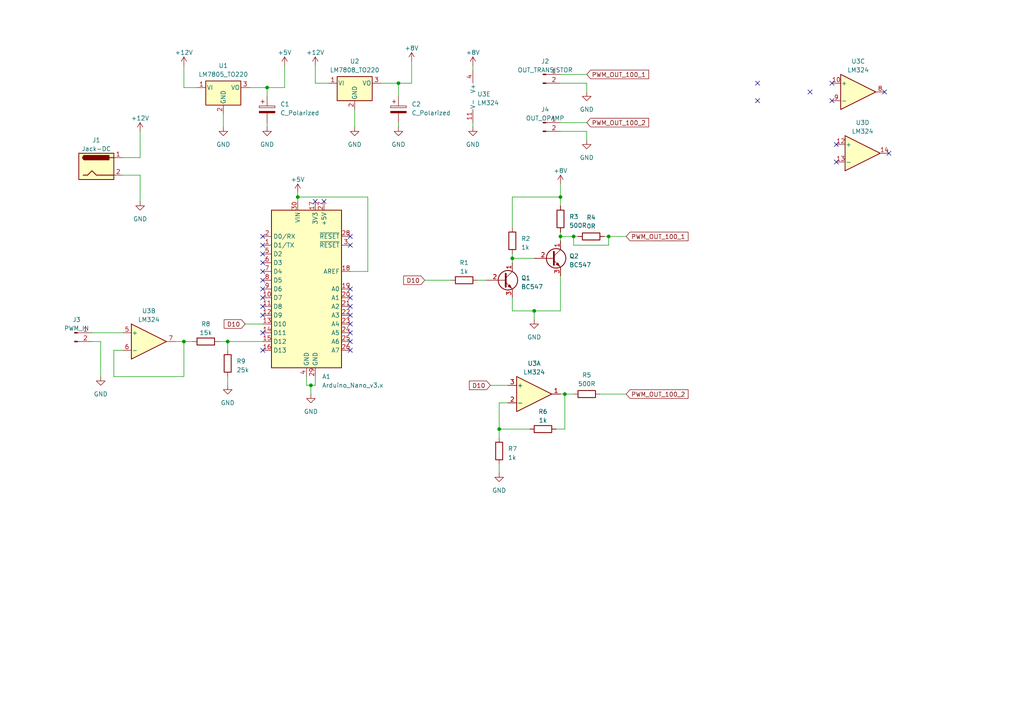
<source format=kicad_sch>
(kicad_sch (version 20230121) (generator eeschema)
  (paper "A4")
  (lib_symbols
    (symbol "Amplifier_Operational:LM324" (pin_names (offset 0.127))
      (property "Reference" "U" (at 0 5.08 0))
      (property "Value" "LM324" (at 0 -5.08 0))
      (symbol "LM324_1_1"
        (polyline (pts (xy -5.08 5.08) (xy 5.08 0) (xy -5.08 -5.08) (xy -5.08 5.08)) (stroke (width 0.254)) (fill (type background)))
        (pin output line (at 7.62 0 180) (length 2.54) (name "~") (number "1"))
        (pin input line (at -7.62 -2.54 0) (length 2.54) (name "-") (number "2"))
        (pin input line (at -7.62 2.54 0) (length 2.54) (name "+") (number "3"))
      )
      (symbol "LM324_2_1"
        (polyline (pts (xy -5.08 5.08) (xy 5.08 0) (xy -5.08 -5.08) (xy -5.08 5.08)) (stroke (width 0.254)) (fill (type background)))
        (pin input line (at -7.62 2.54 0) (length 2.54) (name "+") (number "5"))
        (pin input line (at -7.62 -2.54 0) (length 2.54) (name "-") (number "6"))
        (pin output line (at 7.62 0 180) (length 2.54) (name "~") (number "7"))
      )
      (symbol "LM324_3_1"
        (polyline (pts (xy -5.08 5.08) (xy 5.08 0) (xy -5.08 -5.08) (xy -5.08 5.08)) (stroke (width 0.254)) (fill (type background)))
        (pin input line (at -7.62 2.54 0) (length 2.54) (name "+") (number "10"))
        (pin output line (at 7.62 0 180) (length 2.54) (name "~") (number "8"))
        (pin input line (at -7.62 -2.54 0) (length 2.54) (name "-") (number "9"))
      )
      (symbol "LM324_4_1"
        (polyline (pts (xy -5.08 5.08) (xy 5.08 0) (xy -5.08 -5.08) (xy -5.08 5.08)) (stroke (width 0.254)) (fill (type background)))
        (pin input line (at -7.62 2.54 0) (length 2.54) (name "+") (number "12"))
        (pin input line (at -7.62 -2.54 0) (length 2.54) (name "-") (number "13"))
        (pin output line (at 7.62 0 180) (length 2.54) (name "~") (number "14"))
      )
      (symbol "LM324_5_1"
        (pin power_in line (at -2.54 -7.62 90) (length 3.81) (name "V-") (number "11"))
        (pin power_in line (at -2.54 7.62 270) (length 3.81) (name "V+") (number "4"))
      )
    )
    (symbol "Connector:Conn_01x02_Pin" (pin_names (offset 1.016) hide)
      (property "Reference" "J" (at 0 2.54 0))
      (property "Value" "Conn_01x02_Pin" (at 0 -5.08 0))
      (symbol "Conn_01x02_Pin_1_1"
        (polyline (pts (xy 1.27 -2.54) (xy 0.8636 -2.54)) (stroke (width 0.1524)))
        (polyline (pts (xy 1.27 0) (xy 0.8636 0)) (stroke (width 0.1524)))
        (rectangle (start 0.8636 -2.413) (end 0 -2.667) (stroke (width 0.1524)) (fill (type outline)))
        (rectangle (start 0.8636 0.127) (end 0 -0.127) (stroke (width 0.1524)) (fill (type outline)))
        (pin passive line (at 5.08 0 180) (length 3.81) (name "Pin_1") (number "1"))
        (pin passive line (at 5.08 -2.54 180) (length 3.81) (name "Pin_2") (number "2"))
      )
    )
    (symbol "Connector:Jack-DC" (pin_names (offset 1.016))
      (property "Reference" "J" (at 0 5.334 0))
      (property "Value" "Jack-DC" (at 0 -5.08 0))
      (symbol "Jack-DC_0_1"
        (rectangle (start -5.08 3.81) (end 5.08 -3.81) (stroke (width 0.254)) (fill (type background)))
        (arc (start -3.302 3.175) (mid -3.9343 2.54) (end -3.302 1.905) (stroke (width 0.254)))
        (arc (start -3.302 3.175) (mid -3.9343 2.54) (end -3.302 1.905) (stroke (width 0.254)) (fill (type outline)))
        (polyline (pts (xy 5.08 2.54) (xy 3.81 2.54)) (stroke (width 0.254)))
        (polyline (pts (xy -3.81 -2.54) (xy -2.54 -2.54) (xy -1.27 -1.27) (xy 0 -2.54) (xy 2.54 -2.54) (xy 5.08 -2.54)) (stroke (width 0.254)))
        (rectangle (start 3.683 3.175) (end -3.302 1.905) (stroke (width 0.254)) (fill (type outline)))
      )
      (symbol "Jack-DC_1_1"
        (pin passive line (at 7.62 2.54 180) (length 2.54) (name "~") (number "1"))
        (pin passive line (at 7.62 -2.54 180) (length 2.54) (name "~") (number "2"))
      )
    )
    (symbol "Device:C_Polarized" (pin_numbers hide) (pin_names (offset 0.254))
      (property "Reference" "C" (at 0.635 2.54 0))
      (property "Value" "C_Polarized" (at 0.635 -2.54 0))
      (symbol "C_Polarized_0_1"
        (rectangle (start -2.286 0.508) (end 2.286 1.016))
        (polyline (pts (xy -1.778 2.286) (xy -0.762 2.286)))
        (polyline (pts (xy -1.27 2.794) (xy -1.27 1.778)))
        (rectangle (start 2.286 -0.508) (end -2.286 -1.016) (fill (type outline)))
      )
      (symbol "C_Polarized_1_1"
        (pin passive line (at 0 3.81 270) (length 2.794) (name "~") (number "1"))
        (pin passive line (at 0 -3.81 90) (length 2.794) (name "~") (number "2"))
      )
    )
    (symbol "Device:R" (pin_numbers hide) (pin_names (offset 0))
      (property "Reference" "R" (at 2.032 0 90))
      (property "Value" "R" (at 0 0 90))
      (symbol "R_0_1"
        (rectangle (start -1.016 -2.54) (end 1.016 2.54) (stroke (width 0.254)))
      )
      (symbol "R_1_1"
        (pin passive line (at 0 3.81 270) (length 1.27) (name "~") (number "1"))
        (pin passive line (at 0 -3.81 90) (length 1.27) (name "~") (number "2"))
      )
    )
    (symbol "MCU_Module:Arduino_Nano_v3.x"
      (property "Reference" "A" (at -10.16 23.495 0))
      (property "Value" "Arduino_Nano_v3.x" (at 5.08 -24.13 0))
      (symbol "Arduino_Nano_v3.x_0_1"
        (rectangle (start -10.16 22.86) (end 10.16 -22.86) (stroke (width 0.254)) (fill (type background)))
      )
      (symbol "Arduino_Nano_v3.x_1_1"
        (pin bidirectional line (at -12.7 12.7 0) (length 2.54) (name "D1/TX") (number "1"))
        (pin bidirectional line (at -12.7 -2.54 0) (length 2.54) (name "D7") (number "10"))
        (pin bidirectional line (at -12.7 -5.08 0) (length 2.54) (name "D8") (number "11"))
        (pin bidirectional line (at -12.7 -7.62 0) (length 2.54) (name "D9") (number "12"))
        (pin bidirectional line (at -12.7 -10.16 0) (length 2.54) (name "D10") (number "13"))
        (pin bidirectional line (at -12.7 -12.7 0) (length 2.54) (name "D11") (number "14"))
        (pin bidirectional line (at -12.7 -15.24 0) (length 2.54) (name "D12") (number "15"))
        (pin bidirectional line (at -12.7 -17.78 0) (length 2.54) (name "D13") (number "16"))
        (pin power_out line (at 2.54 25.4 270) (length 2.54) (name "3V3") (number "17"))
        (pin input line (at 12.7 5.08 180) (length 2.54) (name "AREF") (number "18"))
        (pin bidirectional line (at 12.7 0 180) (length 2.54) (name "A0") (number "19"))
        (pin bidirectional line (at -12.7 15.24 0) (length 2.54) (name "D0/RX") (number "2"))
        (pin bidirectional line (at 12.7 -2.54 180) (length 2.54) (name "A1") (number "20"))
        (pin bidirectional line (at 12.7 -5.08 180) (length 2.54) (name "A2") (number "21"))
        (pin bidirectional line (at 12.7 -7.62 180) (length 2.54) (name "A3") (number "22"))
        (pin bidirectional line (at 12.7 -10.16 180) (length 2.54) (name "A4") (number "23"))
        (pin bidirectional line (at 12.7 -12.7 180) (length 2.54) (name "A5") (number "24"))
        (pin bidirectional line (at 12.7 -15.24 180) (length 2.54) (name "A6") (number "25"))
        (pin bidirectional line (at 12.7 -17.78 180) (length 2.54) (name "A7") (number "26"))
        (pin power_out line (at 5.08 25.4 270) (length 2.54) (name "+5V") (number "27"))
        (pin input line (at 12.7 15.24 180) (length 2.54) (name "~{RESET}") (number "28"))
        (pin power_in line (at 2.54 -25.4 90) (length 2.54) (name "GND") (number "29"))
        (pin input line (at 12.7 12.7 180) (length 2.54) (name "~{RESET}") (number "3"))
        (pin power_in line (at -2.54 25.4 270) (length 2.54) (name "VIN") (number "30"))
        (pin power_in line (at 0 -25.4 90) (length 2.54) (name "GND") (number "4"))
        (pin bidirectional line (at -12.7 10.16 0) (length 2.54) (name "D2") (number "5"))
        (pin bidirectional line (at -12.7 7.62 0) (length 2.54) (name "D3") (number "6"))
        (pin bidirectional line (at -12.7 5.08 0) (length 2.54) (name "D4") (number "7"))
        (pin bidirectional line (at -12.7 2.54 0) (length 2.54) (name "D5") (number "8"))
        (pin bidirectional line (at -12.7 0 0) (length 2.54) (name "D6") (number "9"))
      )
    )
    (symbol "Regulator_Linear:LM7805_TO220" (pin_names (offset 0.254))
      (property "Reference" "U" (at -3.81 3.175 0))
      (property "Value" "LM7805_TO220" (at 0 3.175 0))
      (symbol "LM7805_TO220_0_1"
        (rectangle (start -5.08 1.905) (end 5.08 -5.08) (stroke (width 0.254)) (fill (type background)))
      )
      (symbol "LM7805_TO220_1_1"
        (pin power_in line (at -7.62 0 0) (length 2.54) (name "VI") (number "1"))
        (pin power_in line (at 0 -7.62 90) (length 2.54) (name "GND") (number "2"))
        (pin power_out line (at 7.62 0 180) (length 2.54) (name "VO") (number "3"))
      )
    )
    (symbol "Regulator_Linear:LM7808_TO220" (pin_names (offset 0.254))
      (property "Reference" "U" (at -3.81 3.175 0))
      (property "Value" "LM7808_TO220" (at 0 3.175 0))
      (symbol "LM7808_TO220_0_1"
        (rectangle (start -5.08 1.905) (end 5.08 -5.08) (stroke (width 0.254)) (fill (type background)))
      )
      (symbol "LM7808_TO220_1_1"
        (pin power_in line (at -7.62 0 0) (length 2.54) (name "VI") (number "1"))
        (pin power_in line (at 0 -7.62 90) (length 2.54) (name "GND") (number "2"))
        (pin power_out line (at 7.62 0 180) (length 2.54) (name "VO") (number "3"))
      )
    )
    (symbol "Transistor_BJT:BC547" (pin_names (offset 0) hide)
      (property "Reference" "Q" (at 5.08 1.905 0))
      (property "Value" "BC547" (at 5.08 0 0))
      (symbol "BC547_0_1"
        (polyline (pts (xy 0 0) (xy 0.635 0)))
        (polyline (pts (xy 0.635 0.635) (xy 2.54 2.54)))
        (polyline (pts (xy 0.635 -0.635) (xy 2.54 -2.54) (xy 2.54 -2.54)))
        (polyline (pts (xy 0.635 1.905) (xy 0.635 -1.905) (xy 0.635 -1.905)) (stroke (width 0.508)))
        (polyline (pts (xy 1.27 -1.778) (xy 1.778 -1.27) (xy 2.286 -2.286) (xy 1.27 -1.778) (xy 1.27 -1.778)) (fill (type outline)))
        (circle (center 1.27 0) (radius 2.8194) (stroke (width 0.254)))
      )
      (symbol "BC547_1_1"
        (pin passive line (at 2.54 5.08 270) (length 2.54) (name "C") (number "1"))
        (pin input line (at -5.08 0 0) (length 5.08) (name "B") (number "2"))
        (pin passive line (at 2.54 -5.08 90) (length 2.54) (name "E") (number "3"))
      )
    )
    (symbol "power:+12V" (power) (pin_names (offset 0))
      (property "Value" "+12V" (at 0 3.556 0))
      (symbol "+12V_0_1"
        (polyline (pts (xy -0.762 1.27) (xy 0 2.54)))
        (polyline (pts (xy 0 0) (xy 0 2.54)))
        (polyline (pts (xy 0 2.54) (xy 0.762 1.27)))
      )
      (symbol "+12V_1_1"
        (pin power_in line (at 0 0 90) (length 0) hide (name "+12V") (number "1"))
      )
    )
    (symbol "power:+5V" (power) (pin_names (offset 0))
      (property "Value" "+5V" (at 0 3.556 0))
      (symbol "+5V_0_1"
        (polyline (pts (xy -0.762 1.27) (xy 0 2.54)))
        (polyline (pts (xy 0 0) (xy 0 2.54)))
        (polyline (pts (xy 0 2.54) (xy 0.762 1.27)))
      )
      (symbol "+5V_1_1"
        (pin power_in line (at 0 0 90) (length 0) hide (name "+5V") (number "1"))
      )
    )
    (symbol "power:+8V" (power) (pin_names (offset 0))
      (property "Value" "+8V" (at 0 3.556 0))
      (symbol "+8V_0_1"
        (polyline (pts (xy -0.762 1.27) (xy 0 2.54)))
        (polyline (pts (xy 0 0) (xy 0 2.54)))
        (polyline (pts (xy 0 2.54) (xy 0.762 1.27)))
      )
      (symbol "+8V_1_1"
        (pin power_in line (at 0 0 90) (length 0) hide (name "+8V") (number "1"))
      )
    )
    (symbol "power:GND" (power) (pin_names (offset 0))
      (property "Value" "GND" (at 0 -3.81 0))
      (symbol "GND_0_1"
        (polyline (pts (xy 0 0) (xy 0 -1.27) (xy 1.27 -1.27) (xy 0 -2.54) (xy -1.27 -1.27) (xy 0 -1.27)))
      )
      (symbol "GND_1_1"
        (pin power_in line (at 0 0 270) (length 0) hide (name "GND") (number "1"))
      )
    )
  )
  (junction (at 115.57 24.13))
  (junction (at 162.56 57.15))
  (junction (at 66.04 99.06))
  (junction (at 176.53 68.58))
  (junction (at 162.56 68.58))
  (junction (at 154.94 90.17))
  (junction (at 86.36 57.15))
  (junction (at 53.34 99.06))
  (junction (at 144.78 124.46))
  (junction (at 148.59 74.93))
  (junction (at 90.17 111.76))
  (junction (at 163.83 114.3))
  (junction (at 77.47 25.4))
  (junction (at 166.37 68.58))
  (no_connect (at 76.2 86.36))
  (no_connect (at 76.2 83.82))
  (no_connect (at 219.71 29.21))
  (no_connect (at 241.3 29.21))
  (no_connect (at 242.57 41.91))
  (no_connect (at 257.81 44.45))
  (no_connect (at 76.2 88.9))
  (no_connect (at 76.2 68.58))
  (no_connect (at 101.6 86.36))
  (no_connect (at 76.2 91.44))
  (no_connect (at 101.6 101.6))
  (no_connect (at 76.2 78.74))
  (no_connect (at 101.6 83.82))
  (no_connect (at 101.6 71.12))
  (no_connect (at 76.2 76.2))
  (no_connect (at 76.2 81.28))
  (no_connect (at 76.2 101.6))
  (no_connect (at 256.54 26.67))
  (no_connect (at 219.71 24.13))
  (no_connect (at 76.2 96.52))
  (no_connect (at 234.95 26.67))
  (no_connect (at 101.6 88.9))
  (no_connect (at 101.6 91.44))
  (no_connect (at 242.57 46.99))
  (no_connect (at 76.2 73.66))
  (no_connect (at 241.3 24.13))
  (no_connect (at 76.2 71.12))
  (no_connect (at 93.98 58.42))
  (no_connect (at 91.44 58.42))
  (no_connect (at 101.6 93.98))
  (no_connect (at 101.6 99.06))
  (no_connect (at 101.6 96.52))
  (no_connect (at 101.6 68.58))
  (wire (pts (xy 53.34 109.22) (xy 53.34 99.06)))
  (wire (pts (xy 88.9 111.76) (xy 90.17 111.76)))
  (wire (pts (xy 137.16 35.56) (xy 137.16 36.83)))
  (wire (pts (xy 90.17 111.76) (xy 90.17 114.3)))
  (wire (pts (xy 144.78 116.84) (xy 147.32 116.84)))
  (wire (pts (xy 101.6 78.74) (xy 106.68 78.74)))
  (wire (pts (xy 166.37 68.58) (xy 167.64 68.58)))
  (wire (pts (xy 66.04 99.06) (xy 66.04 101.6)))
  (wire (pts (xy 115.57 35.56) (xy 115.57 36.83)))
  (wire (pts (xy 138.43 81.28) (xy 140.97 81.28)))
  (wire (pts (xy 176.53 71.12) (xy 176.53 68.58)))
  (wire (pts (xy 77.47 35.56) (xy 77.47 36.83)))
  (wire (pts (xy 77.47 25.4) (xy 82.55 25.4)))
  (wire (pts (xy 40.64 50.8) (xy 40.64 58.42)))
  (wire (pts (xy 162.56 114.3) (xy 163.83 114.3)))
  (wire (pts (xy 35.56 101.6) (xy 33.02 101.6)))
  (wire (pts (xy 148.59 74.93) (xy 154.94 74.93)))
  (wire (pts (xy 86.36 57.15) (xy 86.36 58.42)))
  (wire (pts (xy 71.12 93.98) (xy 76.2 93.98)))
  (wire (pts (xy 53.34 99.06) (xy 55.88 99.06)))
  (wire (pts (xy 33.02 101.6) (xy 33.02 109.22)))
  (wire (pts (xy 137.16 19.05) (xy 137.16 20.32)))
  (wire (pts (xy 26.67 96.52) (xy 35.56 96.52)))
  (wire (pts (xy 154.94 90.17) (xy 154.94 92.71)))
  (wire (pts (xy 123.19 81.28) (xy 130.81 81.28)))
  (wire (pts (xy 91.44 111.76) (xy 91.44 109.22)))
  (wire (pts (xy 53.34 19.05) (xy 53.34 25.4)))
  (wire (pts (xy 102.87 31.75) (xy 102.87 36.83)))
  (wire (pts (xy 162.56 21.59) (xy 170.18 21.59)))
  (wire (pts (xy 162.56 80.01) (xy 162.56 90.17)))
  (wire (pts (xy 148.59 74.93) (xy 148.59 76.2)))
  (wire (pts (xy 162.56 68.58) (xy 166.37 68.58)))
  (wire (pts (xy 166.37 68.58) (xy 166.37 71.12)))
  (wire (pts (xy 144.78 124.46) (xy 144.78 116.84)))
  (wire (pts (xy 66.04 99.06) (xy 76.2 99.06)))
  (wire (pts (xy 115.57 24.13) (xy 115.57 27.94)))
  (wire (pts (xy 64.77 33.02) (xy 64.77 36.83)))
  (wire (pts (xy 86.36 55.88) (xy 86.36 57.15)))
  (wire (pts (xy 91.44 24.13) (xy 95.25 24.13)))
  (wire (pts (xy 175.26 68.58) (xy 176.53 68.58)))
  (wire (pts (xy 176.53 68.58) (xy 181.61 68.58)))
  (wire (pts (xy 162.56 24.13) (xy 170.18 24.13)))
  (wire (pts (xy 29.21 99.06) (xy 29.21 109.22)))
  (wire (pts (xy 110.49 24.13) (xy 115.57 24.13)))
  (wire (pts (xy 26.67 99.06) (xy 29.21 99.06)))
  (wire (pts (xy 162.56 68.58) (xy 162.56 69.85)))
  (wire (pts (xy 88.9 109.22) (xy 88.9 111.76)))
  (wire (pts (xy 119.38 17.78) (xy 119.38 24.13)))
  (wire (pts (xy 144.78 124.46) (xy 144.78 127)))
  (wire (pts (xy 162.56 38.1) (xy 170.18 38.1)))
  (wire (pts (xy 148.59 57.15) (xy 162.56 57.15)))
  (wire (pts (xy 66.04 109.22) (xy 66.04 111.76)))
  (wire (pts (xy 154.94 90.17) (xy 148.59 90.17)))
  (wire (pts (xy 162.56 53.34) (xy 162.56 57.15)))
  (wire (pts (xy 91.44 19.05) (xy 91.44 24.13)))
  (wire (pts (xy 33.02 109.22) (xy 53.34 109.22)))
  (wire (pts (xy 144.78 134.62) (xy 144.78 137.16)))
  (wire (pts (xy 153.67 124.46) (xy 144.78 124.46)))
  (wire (pts (xy 148.59 66.04) (xy 148.59 57.15)))
  (wire (pts (xy 162.56 57.15) (xy 162.56 59.69)))
  (wire (pts (xy 162.56 35.56) (xy 170.18 35.56)))
  (wire (pts (xy 82.55 19.05) (xy 82.55 25.4)))
  (wire (pts (xy 148.59 73.66) (xy 148.59 74.93)))
  (wire (pts (xy 106.68 57.15) (xy 86.36 57.15)))
  (wire (pts (xy 162.56 67.31) (xy 162.56 68.58)))
  (wire (pts (xy 72.39 25.4) (xy 77.47 25.4)))
  (wire (pts (xy 50.8 99.06) (xy 53.34 99.06)))
  (wire (pts (xy 163.83 114.3) (xy 166.37 114.3)))
  (wire (pts (xy 77.47 25.4) (xy 77.47 27.94)))
  (wire (pts (xy 40.64 38.1) (xy 40.64 45.72)))
  (wire (pts (xy 63.5 99.06) (xy 66.04 99.06)))
  (wire (pts (xy 142.24 111.76) (xy 147.32 111.76)))
  (wire (pts (xy 148.59 90.17) (xy 148.59 86.36)))
  (wire (pts (xy 173.99 114.3) (xy 181.61 114.3)))
  (wire (pts (xy 115.57 24.13) (xy 119.38 24.13)))
  (wire (pts (xy 161.29 124.46) (xy 163.83 124.46)))
  (wire (pts (xy 162.56 90.17) (xy 154.94 90.17)))
  (wire (pts (xy 35.56 50.8) (xy 40.64 50.8)))
  (wire (pts (xy 166.37 71.12) (xy 176.53 71.12)))
  (wire (pts (xy 35.56 45.72) (xy 40.64 45.72)))
  (wire (pts (xy 53.34 25.4) (xy 57.15 25.4)))
  (wire (pts (xy 170.18 24.13) (xy 170.18 26.67)))
  (wire (pts (xy 106.68 78.74) (xy 106.68 57.15)))
  (wire (pts (xy 170.18 38.1) (xy 170.18 40.64)))
  (wire (pts (xy 90.17 111.76) (xy 91.44 111.76)))
  (wire (pts (xy 163.83 114.3) (xy 163.83 124.46)))
  (global_label "D10" (shape input) (at 142.24 111.76 180) (property "Intersheetrefs" "${INTERSHEET_REFS}" (effects hide)))
  (global_label "PWM_OUT_100_2" (shape input) (at 181.61 114.3 0) (property "Intersheetrefs" "${INTERSHEET_REFS}" (effects hide)))
  (global_label "PWM_OUT_100_1" (shape input) (at 181.61 68.58 0) (property "Intersheetrefs" "${INTERSHEET_REFS}" (effects hide)))
  (global_label "PWM_OUT_100_1" (shape input) (at 170.18 21.59 0) (property "Intersheetrefs" "${INTERSHEET_REFS}" (effects hide)))
  (global_label "D10" (shape input) (at 123.19 81.28 180) (property "Intersheetrefs" "${INTERSHEET_REFS}" (effects hide)))
  (global_label "PWM_OUT_100_2" (shape input) (at 170.18 35.56 0) (property "Intersheetrefs" "${INTERSHEET_REFS}" (effects hide)))
  (global_label "D10" (shape input) (at 71.12 93.98 180) (property "Intersheetrefs" "${INTERSHEET_REFS}" (effects hide)))
  (symbol (lib_id "Amplifier_Operational:LM324") (at 250.19 44.45 0) (unit 4)
    (property "Reference" "U3" (at 250.19 35.56 0))
    (property "Value" "LM324" (at 250.19 38.1 0))
    (property "Footprint" "Package_DIP:DIP-14_W7.62mm" (effects hide))
    (property "Datasheet" "http://www.ti.com/lit/ds/symlink/lm2902-n.pdf" (effects hide))
  )
  (symbol (lib_id "power:GND") (at 170.18 26.67 0) (unit 1)
    (property "Reference" "#PWR019" (effects hide))
    (property "Value" "GND" (at 170.18 31.75 0))
  )
  (symbol (lib_id "Transistor_BJT:BC547") (at 160.02 74.93 0) (unit 1)
    (property "Reference" "Q2" (at 165.1 74.295 0) (effects (justify left)))
    (property "Value" "BC547" (at 165.1 76.835 0) (effects (justify left)))
    (property "Footprint" "Package_TO_SOT_THT:TO-92_Inline" (effects hide))
    (property "Datasheet" "https://www.onsemi.com/pub/Collateral/BC550-D.pdf" (effects hide))
  )
  (symbol (lib_id "Connector:Conn_01x02_Pin") (at 157.48 21.59 0) (unit 1)
    (property "Reference" "J2" (at 158.115 17.78 0))
    (property "Value" "OUT_TRANSISTOR" (at 158.115 20.32 0))
    (property "Footprint" "Connector_PinSocket_2.54mm:PinSocket_1x02_P2.54mm_Vertical" (effects hide))
  )
  (symbol (lib_id "power:GND") (at 66.04 111.76 0) (unit 1)
    (property "Reference" "#PWR021" (effects hide))
    (property "Value" "GND" (at 66.04 116.84 0))
  )
  (symbol (lib_id "Device:C_Polarized") (at 77.47 31.75 0) (unit 1)
    (property "Reference" "C1" (at 81.28 30.226 0) (effects (justify left)))
    (property "Value" "C_Polarized" (at 81.28 32.766 0) (effects (justify left)))
    (property "Footprint" "Capacitor_THT:CP_Radial_D8.0mm_P5.00mm" (effects hide))
  )
  (symbol (lib_id "power:+12V") (at 40.64 38.1 0) (unit 1)
    (property "Reference" "#PWR02" (effects hide))
    (property "Value" "+12V" (at 40.64 34.29 0))
  )
  (symbol (lib_id "Device:R") (at 144.78 130.81 180) (unit 1)
    (property "Reference" "R7" (at 147.32 130.175 0) (effects (justify right)))
    (property "Value" "1k" (at 147.32 132.715 0) (effects (justify right)))
    (property "Footprint" "Resistor_THT:R_Axial_DIN0204_L3.6mm_D1.6mm_P7.62mm_Horizontal" (effects hide))
  )
  (symbol (lib_id "Connector:Jack-DC") (at 27.94 48.26 0) (unit 1)
    (property "Reference" "J1" (at 27.94 40.64 0))
    (property "Value" "Jack-DC" (at 27.94 43.18 0))
    (property "Footprint" "Connector_BarrelJack:BarrelJack_CUI_PJ-063AH_Horizontal" (effects hide))
  )
  (symbol (lib_id "MCU_Module:Arduino_Nano_v3.x") (at 88.9 83.82 0) (unit 1)
    (property "Reference" "A1" (at 93.3959 109.22 0) (effects (justify left)))
    (property "Value" "Arduino_Nano_v3.x" (at 93.3959 111.76 0) (effects (justify left)))
    (property "Footprint" "Module:Arduino_Nano" (effects hide))
    (property "Datasheet" "http://www.mouser.com/pdfdocs/Gravitech_Arduino_Nano3_0.pdf" (effects hide))
  )
  (symbol (lib_id "Device:R") (at 134.62 81.28 90) (unit 1)
    (property "Reference" "R1" (at 134.62 76.2 90))
    (property "Value" "1k" (at 134.62 78.74 90))
    (property "Footprint" "Resistor_THT:R_Axial_DIN0204_L3.6mm_D1.6mm_P7.62mm_Horizontal" (effects hide))
  )
  (symbol (lib_id "power:+8V") (at 162.56 53.34 0) (unit 1)
    (property "Reference" "#PWR016" (effects hide))
    (property "Value" "+8V" (at 162.56 49.53 0))
  )
  (symbol (lib_id "power:+8V") (at 137.16 19.05 0) (unit 1)
    (property "Reference" "#PWR011" (effects hide))
    (property "Value" "+8V" (at 137.16 15.24 0))
  )
  (symbol (lib_id "Device:R") (at 148.59 69.85 180) (unit 1)
    (property "Reference" "R2" (at 151.13 69.215 0) (effects (justify right)))
    (property "Value" "1k" (at 151.13 71.755 0) (effects (justify right)))
    (property "Footprint" "Resistor_THT:R_Axial_DIN0204_L3.6mm_D1.6mm_P7.62mm_Horizontal" (effects hide))
  )
  (symbol (lib_id "power:GND") (at 64.77 36.83 0) (unit 1)
    (property "Reference" "#PWR03" (effects hide))
    (property "Value" "GND" (at 64.77 41.91 0))
  )
  (symbol (lib_id "Device:R") (at 171.45 68.58 270) (unit 1)
    (property "Reference" "R4" (at 171.45 63.0756 90))
    (property "Value" "0R" (at 171.45 65.6156 90))
    (property "Footprint" "Resistor_THT:R_Axial_DIN0204_L3.6mm_D1.6mm_P7.62mm_Horizontal" (effects hide))
  )
  (symbol (lib_id "Device:R") (at 170.18 114.3 270) (unit 1)
    (property "Reference" "R5" (at 170.18 108.7956 90))
    (property "Value" "500R" (at 170.18 111.3356 90))
    (property "Footprint" "Resistor_THT:R_Axial_DIN0204_L3.6mm_D1.6mm_P7.62mm_Horizontal" (effects hide))
  )
  (symbol (lib_id "power:GND") (at 115.57 36.83 0) (unit 1)
    (property "Reference" "#PWR08" (effects hide))
    (property "Value" "GND" (at 115.57 41.91 0))
  )
  (symbol (lib_id "Device:R") (at 157.48 124.46 90) (unit 1)
    (property "Reference" "R6" (at 157.48 119.38 90))
    (property "Value" "1k" (at 157.48 121.92 90))
    (property "Footprint" "Resistor_THT:R_Axial_DIN0204_L3.6mm_D1.6mm_P7.62mm_Horizontal" (effects hide))
  )
  (symbol (lib_id "Amplifier_Operational:LM324") (at 139.7 27.94 0) (unit 5)
    (property "Reference" "U3" (at 138.43 27.305 0) (effects (justify left)))
    (property "Value" "LM324" (at 138.43 29.845 0) (effects (justify left)))
    (property "Footprint" "Package_DIP:DIP-14_W7.62mm" (effects hide))
    (property "Datasheet" "http://www.ti.com/lit/ds/symlink/lm2902-n.pdf" (effects hide))
  )
  (symbol (lib_id "power:GND") (at 137.16 36.83 0) (unit 1)
    (property "Reference" "#PWR012" (effects hide))
    (property "Value" "GND" (at 137.16 41.91 0))
  )
  (symbol (lib_id "power:GND") (at 144.78 137.16 0) (unit 1)
    (property "Reference" "#PWR017" (effects hide))
    (property "Value" "GND" (at 144.78 142.24 0))
  )
  (symbol (lib_id "Connector:Conn_01x02_Pin") (at 21.59 96.52 0) (unit 1)
    (property "Reference" "J3" (at 22.225 92.71 0))
    (property "Value" "PWM_IN" (at 22.225 95.25 0))
    (property "Footprint" "Connector_PinSocket_2.54mm:PinSocket_1x02_P2.54mm_Vertical" (effects hide))
  )
  (symbol (lib_id "power:GND") (at 154.94 92.71 0) (unit 1)
    (property "Reference" "#PWR015" (effects hide))
    (property "Value" "GND" (at 154.94 97.79 0))
  )
  (symbol (lib_id "power:+8V") (at 119.38 17.78 0) (unit 1)
    (property "Reference" "#PWR010" (effects hide))
    (property "Value" "+8V" (at 119.38 13.97 0))
  )
  (symbol (lib_id "power:GND") (at 170.18 40.64 0) (unit 1)
    (property "Reference" "#PWR020" (effects hide))
    (property "Value" "GND" (at 170.18 45.72 0))
  )
  (symbol (lib_id "power:+12V") (at 91.44 19.05 0) (unit 1)
    (property "Reference" "#PWR06" (effects hide))
    (property "Value" "+12V" (at 91.44 15.24 0))
  )
  (symbol (lib_id "Transistor_BJT:BC547") (at 146.05 81.28 0) (unit 1)
    (property "Reference" "Q1" (at 151.13 80.645 0) (effects (justify left)))
    (property "Value" "BC547" (at 151.13 83.185 0) (effects (justify left)))
    (property "Footprint" "Package_TO_SOT_THT:TO-92_Inline" (effects hide))
    (property "Datasheet" "https://www.onsemi.com/pub/Collateral/BC550-D.pdf" (effects hide))
  )
  (symbol (lib_id "Device:R") (at 59.69 99.06 270) (unit 1)
    (property "Reference" "R8" (at 59.69 93.98 90))
    (property "Value" "15k" (at 59.69 96.52 90))
    (property "Footprint" "Resistor_THT:R_Axial_DIN0204_L3.6mm_D1.6mm_P7.62mm_Horizontal" (effects hide))
  )
  (symbol (lib_id "Amplifier_Operational:LM324") (at 248.92 26.67 0) (unit 3)
    (property "Reference" "U3" (at 248.92 17.78 0))
    (property "Value" "LM324" (at 248.92 20.32 0))
    (property "Footprint" "Package_DIP:DIP-14_W7.62mm" (effects hide))
    (property "Datasheet" "http://www.ti.com/lit/ds/symlink/lm2902-n.pdf" (effects hide))
  )
  (symbol (lib_id "Amplifier_Operational:LM324") (at 154.94 114.3 0) (unit 1)
    (property "Reference" "U3" (at 154.94 105.41 0))
    (property "Value" "LM324" (at 154.94 107.95 0))
    (property "Footprint" "Package_DIP:DIP-14_W7.62mm" (effects hide))
    (property "Datasheet" "http://www.ti.com/lit/ds/symlink/lm2902-n.pdf" (effects hide))
  )
  (symbol (lib_id "power:GND") (at 77.47 36.83 0) (unit 1)
    (property "Reference" "#PWR07" (effects hide))
    (property "Value" "GND" (at 77.47 41.91 0))
  )
  (symbol (lib_id "Device:R") (at 66.04 105.41 180) (unit 1)
    (property "Reference" "R9" (at 68.58 104.775 0) (effects (justify right)))
    (property "Value" "25k" (at 68.58 107.315 0) (effects (justify right)))
    (property "Footprint" "Resistor_THT:R_Axial_DIN0204_L3.6mm_D1.6mm_P7.62mm_Horizontal" (effects hide))
  )
  (symbol (lib_id "Connector:Conn_01x02_Pin") (at 157.48 35.56 0) (unit 1)
    (property "Reference" "J4" (at 158.115 31.75 0))
    (property "Value" "OUT_OPAMP" (at 158.115 34.29 0))
    (property "Footprint" "Connector_PinSocket_2.54mm:PinSocket_1x02_P2.54mm_Vertical" (effects hide))
  )
  (symbol (lib_id "power:+5V") (at 86.36 55.88 0) (unit 1)
    (property "Reference" "#PWR013" (effects hide))
    (property "Value" "+5V" (at 86.36 52.07 0))
  )
  (symbol (lib_id "power:GND") (at 90.17 114.3 0) (unit 1)
    (property "Reference" "#PWR014" (effects hide))
    (property "Value" "GND" (at 90.17 119.38 0))
  )
  (symbol (lib_id "power:+5V") (at 82.55 19.05 0) (unit 1)
    (property "Reference" "#PWR09" (effects hide))
    (property "Value" "+5V" (at 82.55 15.24 0))
  )
  (symbol (lib_id "Device:C_Polarized") (at 115.57 31.75 0) (unit 1)
    (property "Reference" "C2" (at 119.38 30.226 0) (effects (justify left)))
    (property "Value" "C_Polarized" (at 119.38 32.766 0) (effects (justify left)))
    (property "Footprint" "Capacitor_THT:CP_Radial_D8.0mm_P5.00mm" (effects hide))
  )
  (symbol (lib_id "Device:R") (at 162.56 63.5 180) (unit 1)
    (property "Reference" "R3" (at 165.1 62.865 0) (effects (justify right)))
    (property "Value" "500R" (at 165.1 65.405 0) (effects (justify right)))
    (property "Footprint" "Resistor_THT:R_Axial_DIN0204_L3.6mm_D1.6mm_P7.62mm_Horizontal" (effects hide))
  )
  (symbol (lib_id "Regulator_Linear:LM7805_TO220") (at 64.77 25.4 0) (unit 1)
    (property "Reference" "U1" (at 64.77 19.05 0))
    (property "Value" "LM7805_TO220" (at 64.77 21.59 0))
    (property "Footprint" "Package_TO_SOT_THT:TO-220-3_Vertical" (effects hide))
    (property "Datasheet" "https://www.onsemi.cn/PowerSolutions/document/MC7800-D.PDF" (effects hide))
  )
  (symbol (lib_id "Regulator_Linear:LM7808_TO220") (at 102.87 24.13 0) (unit 1)
    (property "Reference" "U2" (at 102.87 17.78 0))
    (property "Value" "LM7808_TO220" (at 102.87 20.32 0))
    (property "Footprint" "Package_TO_SOT_THT:TO-220-3_Vertical" (effects hide))
    (property "Datasheet" "https://www.onsemi.cn/PowerSolutions/document/MC7800-D.PDF" (effects hide))
  )
  (symbol (lib_id "power:+12V") (at 53.34 19.05 0) (unit 1)
    (property "Reference" "#PWR05" (effects hide))
    (property "Value" "+12V" (at 53.34 15.24 0))
  )
  (symbol (lib_id "power:GND") (at 40.64 58.42 0) (unit 1)
    (property "Reference" "#PWR01" (effects hide))
    (property "Value" "GND" (at 40.64 63.5 0))
  )
  (symbol (lib_id "power:GND") (at 29.21 109.22 0) (unit 1)
    (property "Reference" "#PWR018" (effects hide))
    (property "Value" "GND" (at 29.21 114.3 0))
  )
  (symbol (lib_id "Amplifier_Operational:LM324") (at 43.18 99.06 0) (unit 2)
    (property "Reference" "U3" (at 43.18 90.17 0))
    (property "Value" "LM324" (at 43.18 92.71 0))
    (property "Footprint" "Package_DIP:DIP-14_W7.62mm" (effects hide))
    (property "Datasheet" "http://www.ti.com/lit/ds/symlink/lm2902-n.pdf" (effects hide))
  )
  (symbol (lib_id "power:GND") (at 102.87 36.83 0) (unit 1)
    (property "Reference" "#PWR04" (effects hide))
    (property "Value" "GND" (at 102.87 41.91 0))
  )
)
</source>
